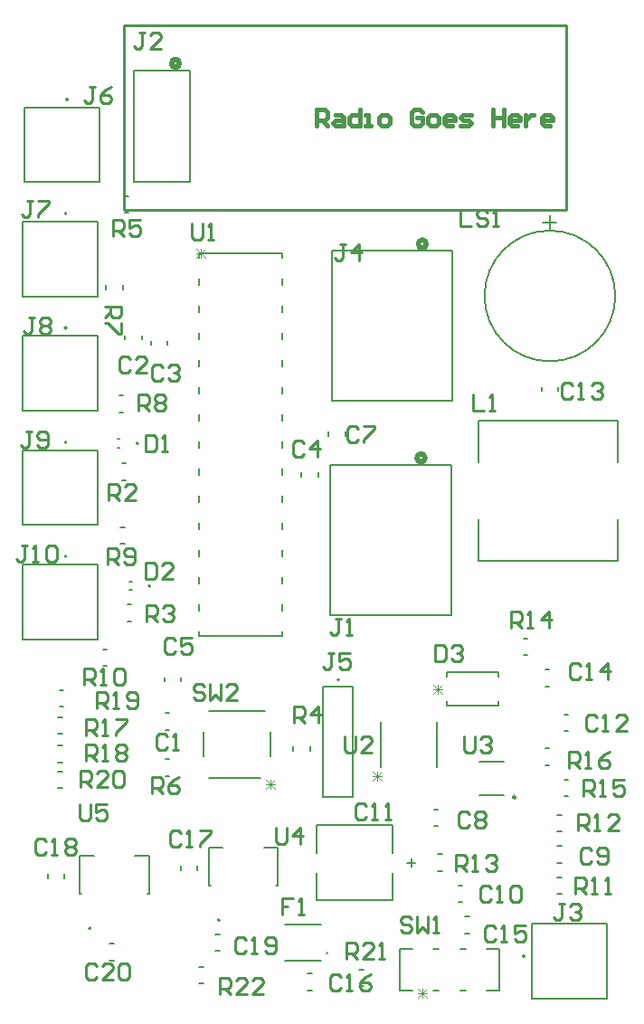
<source format=gbr>
%TF.GenerationSoftware,Altium Limited,Altium Designer,24.10.1 (45)*%
G04 Layer_Color=65535*
%FSLAX25Y25*%
%MOIN*%
%TF.SameCoordinates,F49E7BB8-28A7-4C0D-84C7-1FE184DCB0B3*%
%TF.FilePolarity,Positive*%
%TF.FileFunction,Legend,Top*%
%TF.Part,Single*%
G01*
G75*
%TA.AperFunction,NonConductor*%
%ADD45C,0.02000*%
%ADD46C,0.00787*%
%ADD47C,0.00600*%
%ADD48C,0.00984*%
%ADD49C,0.00500*%
%ADD50C,0.01000*%
%ADD51C,0.01500*%
%ADD52C,0.00300*%
D45*
X394000Y304615D02*
G03*
X394000Y304615I-1500J0D01*
G01*
X303500Y450000D02*
G03*
X303500Y450000I-1500J0D01*
G01*
X394496Y383418D02*
G03*
X394496Y383418I-1500J0D01*
G01*
D46*
X288342Y310000D02*
G03*
X288342Y310000I-394J0D01*
G01*
X292843Y257500D02*
G03*
X292843Y257500I-394J0D01*
G01*
X262394Y436722D02*
G03*
X262394Y436722I-394J0D01*
G01*
X261894Y268322D02*
G03*
X261894Y268322I-394J0D01*
G01*
Y394622D02*
G03*
X261894Y394622I-394J0D01*
G01*
Y352522D02*
G03*
X261894Y352522I-394J0D01*
G01*
Y310422D02*
G03*
X261894Y310422I-394J0D01*
G01*
X362394Y222835D02*
G03*
X362394Y222835I-394J0D01*
G01*
X318339Y134295D02*
G03*
X318339Y134295I-394J0D01*
G01*
X430772Y121000D02*
G03*
X430772Y121000I-394J0D01*
G01*
X270839Y131295D02*
G03*
X270839Y131295I-394J0D01*
G01*
X413972Y192602D02*
X423028D01*
X413972Y180398D02*
X423028D01*
D47*
X464100Y364295D02*
G03*
X464100Y364295I-24100J0D01*
G01*
X357740Y121772D02*
G03*
X357740Y122354I74J291D01*
G01*
X413775Y318200D02*
X465175D01*
X413775Y303060D02*
Y318200D01*
Y266800D02*
X465175D01*
Y281940D01*
Y303060D02*
Y318200D01*
X413775Y266800D02*
Y281940D01*
X292850Y346261D02*
Y347739D01*
X299150Y346261D02*
Y347739D01*
X289650Y348261D02*
Y349739D01*
X283350Y348261D02*
Y349739D01*
X359126Y246815D02*
X403626D01*
X359126D02*
Y302115D01*
X403626D01*
Y246815D02*
Y302115D01*
X398350Y190650D02*
Y207350D01*
X377650Y190650D02*
Y207350D01*
X397064Y123604D02*
X399093D01*
X406907D02*
X408935D01*
X416749Y108404D02*
X421200D01*
X406907D02*
X408935D01*
X397064D02*
X399093D01*
X384800D02*
X389250D01*
X384800D02*
Y123604D01*
X416749D02*
X421200D01*
Y108404D02*
Y123604D01*
X384800D02*
X389250D01*
X354650Y297761D02*
Y299239D01*
X348350Y297761D02*
Y299239D01*
X286579Y406500D02*
Y447500D01*
Y406500D02*
X307500D01*
Y447500D01*
X286579D02*
X307500D01*
X440000Y388895D02*
Y393895D01*
X437500Y391395D02*
X442500D01*
X408761Y135650D02*
X410239D01*
X408761Y129350D02*
X410239D01*
X406261Y147150D02*
X407739D01*
X406261Y140850D02*
X407739D01*
X398761Y152350D02*
X400239D01*
X398761Y158650D02*
X400239D01*
X381900Y159160D02*
Y169400D01*
Y141600D02*
Y151840D01*
X354100Y141600D02*
X381900D01*
X354100Y159160D02*
Y169400D01*
X381900D01*
X388950Y154000D02*
Y157000D01*
X387450Y155500D02*
X390450D01*
X354100Y141600D02*
Y151840D01*
X259261Y219150D02*
X260739D01*
X259261Y212850D02*
X260739D01*
X298261Y193650D02*
X299739D01*
X298261Y187350D02*
X299739D01*
X298261Y210650D02*
X299739D01*
X298261Y204350D02*
X299739D01*
X282261Y302650D02*
X283739D01*
X282261Y296350D02*
X283739D01*
X284261Y244350D02*
X285739D01*
X284261Y250650D02*
X285739D01*
X281761Y272850D02*
X283239D01*
X281761Y279150D02*
X283239D01*
X281261Y321350D02*
X282739D01*
X281261Y327650D02*
X282739D01*
X283261Y394850D02*
X284739D01*
X283261Y401150D02*
X284739D01*
X275261Y227850D02*
X276739D01*
X275261Y234150D02*
X276739D01*
X276350Y366761D02*
Y368239D01*
X282650Y366761D02*
Y368239D01*
X258761Y182850D02*
X260239D01*
X258761Y189150D02*
X260239D01*
X258761Y198650D02*
X260239D01*
X258761Y192350D02*
X260239D01*
X258761Y209150D02*
X260239D01*
X258761Y202850D02*
X260239D01*
X341250Y378402D02*
Y380000D01*
X310750Y239000D02*
X341250D01*
Y240598D01*
X310750Y380000D02*
X341250D01*
X310750Y378410D02*
Y380000D01*
Y368402D02*
Y370590D01*
Y358402D02*
Y360598D01*
Y348402D02*
Y350598D01*
Y338402D02*
Y340598D01*
Y328402D02*
Y330598D01*
Y318402D02*
Y320598D01*
Y308402D02*
Y310598D01*
Y298402D02*
Y300598D01*
Y288402D02*
Y290598D01*
Y278402D02*
Y280598D01*
Y268402D02*
Y270598D01*
Y258402D02*
Y260598D01*
Y248402D02*
Y250598D01*
Y239000D02*
Y240598D01*
X341250Y248402D02*
Y250598D01*
Y258402D02*
Y260598D01*
Y268402D02*
Y270598D01*
Y278402D02*
Y280598D01*
Y288402D02*
Y290598D01*
Y298402D02*
Y300598D01*
Y308402D02*
Y310598D01*
Y318402D02*
Y320598D01*
Y328402D02*
Y330598D01*
Y338402D02*
Y340598D01*
Y348402D02*
Y350598D01*
Y358402D02*
Y360598D01*
Y368402D02*
Y370598D01*
X404122Y325618D02*
Y380918D01*
X359622D02*
X404122D01*
X359622Y325618D02*
Y380918D01*
Y325618D02*
X404122D01*
X345350Y196761D02*
Y198239D01*
X351650Y196761D02*
Y198239D01*
X358350Y312761D02*
Y314239D01*
X364650Y312761D02*
Y314239D01*
X310150Y152711D02*
Y154189D01*
X303850Y152711D02*
Y154189D01*
X316761Y122850D02*
X318239D01*
X316761Y129150D02*
X318239D01*
X310761Y110850D02*
X312239D01*
X310761Y117150D02*
X312239D01*
X442761Y143850D02*
X444239D01*
X442761Y150150D02*
X444239D01*
X297850Y222261D02*
Y223739D01*
X304150Y222261D02*
Y223739D01*
X438261Y220350D02*
X439739D01*
X438261Y226650D02*
X439739D01*
X445261Y203850D02*
X446739D01*
X445261Y210150D02*
X446739D01*
X261150Y149761D02*
Y151239D01*
X254850Y149761D02*
Y151239D01*
X277711Y119350D02*
X279189D01*
X277711Y125650D02*
X279189D01*
X438261Y191350D02*
X439739D01*
X438261Y197650D02*
X439739D01*
X442761Y155350D02*
X444239D01*
X442761Y161650D02*
X444239D01*
X397261Y168850D02*
X398739D01*
X397261Y175150D02*
X398739D01*
X350711Y108350D02*
X352189D01*
X350711Y114650D02*
X352189D01*
X436850Y329261D02*
Y330739D01*
X443150Y329261D02*
Y330739D01*
X445261Y179850D02*
X446739D01*
X445261Y186150D02*
X446739D01*
X442761Y166850D02*
X444239D01*
X442761Y173150D02*
X444239D01*
X342348Y132602D02*
X355552D01*
X342348Y119398D02*
X355552D01*
X369761Y116150D02*
X371239D01*
X369761Y109850D02*
X371239D01*
X430261Y238150D02*
X431739D01*
X430261Y231850D02*
X431739D01*
X421050Y224060D02*
Y225800D01*
X401950Y213200D02*
X421050D01*
Y214940D01*
X401950Y225800D02*
X421050D01*
X401950Y224060D02*
Y225800D01*
Y213200D02*
Y214940D01*
X337005Y194544D02*
Y203769D01*
X314420Y186842D02*
X333336D01*
X312405Y194515D02*
Y203769D01*
X314420Y211442D02*
X334990D01*
D48*
X427358Y179610D02*
G03*
X427358Y179610I-492J0D01*
G01*
D49*
X280587Y311575D02*
X281413D01*
X280587Y308425D02*
X281413D01*
X285087Y255925D02*
X285913D01*
X285087Y259075D02*
X285913D01*
X246252Y406210D02*
X274008D01*
X246252D02*
Y433769D01*
X274008D01*
Y406210D02*
Y433769D01*
X245752Y237810D02*
X273508D01*
X245752D02*
Y265369D01*
X273508D01*
Y237810D02*
Y265369D01*
X245752Y364110D02*
X273508D01*
X245752D02*
Y391669D01*
X273508D01*
Y364110D02*
Y391669D01*
X245752Y322010D02*
X273508D01*
X245752D02*
Y349569D01*
X273508D01*
Y322010D02*
Y349569D01*
X245752Y279910D02*
X273508D01*
X245752D02*
Y307469D01*
X273508D01*
Y279910D02*
Y307469D01*
X356488Y179724D02*
Y220276D01*
X367512Y179724D02*
Y220276D01*
X356488Y179724D02*
X367512D01*
X356488Y220276D02*
X367512D01*
X339795Y147110D02*
Y160890D01*
X314205Y147110D02*
Y160890D01*
X334618D02*
X339795D01*
X314205D02*
X319382D01*
X339146Y147110D02*
X339795D01*
X314205D02*
X314854D01*
X460890Y105252D02*
Y133008D01*
X433331Y105252D02*
X460890D01*
X433331D02*
Y133008D01*
X460890D01*
X266705Y144110D02*
X267354D01*
X291646D02*
X292295D01*
X266705Y157890D02*
X271882D01*
X287118D02*
X292295D01*
X266705Y144110D02*
Y157890D01*
X292295Y144110D02*
Y157890D01*
D50*
X283000Y396000D02*
Y464000D01*
Y396000D02*
X446000D01*
X283000Y464000D02*
X446000D01*
Y396000D02*
Y464000D01*
X411600Y327998D02*
Y322000D01*
X415599D01*
X417598D02*
X419597D01*
X418598D01*
Y327998D01*
X417598Y326998D01*
X297500Y337999D02*
X296501Y338999D01*
X294501D01*
X293502Y337999D01*
Y334001D01*
X294501Y333001D01*
X296501D01*
X297500Y334001D01*
X299500Y337999D02*
X300499Y338999D01*
X302499D01*
X303498Y337999D01*
Y337000D01*
X302499Y336000D01*
X301499D01*
X302499D01*
X303498Y335000D01*
Y334001D01*
X302499Y333001D01*
X300499D01*
X299500Y334001D01*
X285500Y340999D02*
X284501Y341999D01*
X282501D01*
X281502Y340999D01*
Y337001D01*
X282501Y336001D01*
X284501D01*
X285500Y337001D01*
X291498Y336001D02*
X287500D01*
X291498Y340000D01*
Y340999D01*
X290499Y341999D01*
X288499D01*
X287500Y340999D01*
X266600Y176898D02*
Y171900D01*
X267600Y170900D01*
X269599D01*
X270599Y171900D01*
Y176898D01*
X276597D02*
X272598D01*
Y173899D01*
X274597Y174899D01*
X275597D01*
X276597Y173899D01*
Y171900D01*
X275597Y170900D01*
X273598D01*
X272598Y171900D01*
X339002Y168499D02*
Y163501D01*
X340001Y162501D01*
X342001D01*
X343000Y163501D01*
Y168499D01*
X347999Y162501D02*
Y168499D01*
X345000Y165500D01*
X348998D01*
X408400Y202098D02*
Y197100D01*
X409400Y196100D01*
X411399D01*
X412399Y197100D01*
Y202098D01*
X414398Y201098D02*
X415398Y202098D01*
X417397D01*
X418397Y201098D01*
Y200099D01*
X417397Y199099D01*
X416397D01*
X417397D01*
X418397Y198099D01*
Y197100D01*
X417397Y196100D01*
X415398D01*
X414398Y197100D01*
X364502Y201999D02*
Y197001D01*
X365501Y196001D01*
X367501D01*
X368500Y197001D01*
Y201999D01*
X374498Y196001D02*
X370500D01*
X374498Y200000D01*
Y200999D01*
X373499Y201999D01*
X371499D01*
X370500Y200999D01*
X308100Y391098D02*
Y386100D01*
X309100Y385100D01*
X311099D01*
X312099Y386100D01*
Y391098D01*
X314098Y385100D02*
X316097D01*
X315098D01*
Y391098D01*
X314098Y390098D01*
X312699Y220198D02*
X311699Y221198D01*
X309700D01*
X308700Y220198D01*
Y219199D01*
X309700Y218199D01*
X311699D01*
X312699Y217199D01*
Y216200D01*
X311699Y215200D01*
X309700D01*
X308700Y216200D01*
X314698Y221198D02*
Y215200D01*
X316697Y217199D01*
X318697Y215200D01*
Y221198D01*
X324695Y215200D02*
X320696D01*
X324695Y219199D01*
Y220198D01*
X323695Y221198D01*
X321696D01*
X320696Y220198D01*
X388999Y134598D02*
X387999Y135598D01*
X386000D01*
X385000Y134598D01*
Y133599D01*
X386000Y132599D01*
X387999D01*
X388999Y131599D01*
Y130600D01*
X387999Y129600D01*
X386000D01*
X385000Y130600D01*
X390998Y135598D02*
Y129600D01*
X392997Y131599D01*
X394997Y129600D01*
Y135598D01*
X396996Y129600D02*
X398995D01*
X397996D01*
Y135598D01*
X396996Y134598D01*
X318503Y107001D02*
Y112999D01*
X321502D01*
X322501Y111999D01*
Y110000D01*
X321502Y109000D01*
X318503D01*
X320502D02*
X322501Y107001D01*
X328499D02*
X324501D01*
X328499Y111000D01*
Y111999D01*
X327500Y112999D01*
X325500D01*
X324501Y111999D01*
X334497Y107001D02*
X330499D01*
X334497Y111000D01*
Y111999D01*
X333498Y112999D01*
X331498D01*
X330499Y111999D01*
X365000Y120000D02*
Y125998D01*
X367999D01*
X368999Y124998D01*
Y122999D01*
X367999Y121999D01*
X365000D01*
X366999D02*
X368999Y120000D01*
X374997D02*
X370998D01*
X374997Y123999D01*
Y124998D01*
X373997Y125998D01*
X371998D01*
X370998Y124998D01*
X376996Y120000D02*
X378995D01*
X377996D01*
Y125998D01*
X376996Y124998D01*
X267003Y183501D02*
Y189499D01*
X270002D01*
X271001Y188499D01*
Y186500D01*
X270002Y185500D01*
X267003D01*
X269002D02*
X271001Y183501D01*
X276999D02*
X273001D01*
X276999Y187500D01*
Y188499D01*
X276000Y189499D01*
X274000D01*
X273001Y188499D01*
X278999D02*
X279998Y189499D01*
X281998D01*
X282997Y188499D01*
Y184501D01*
X281998Y183501D01*
X279998D01*
X278999Y184501D01*
Y188499D01*
X273002Y212501D02*
Y218499D01*
X276002D01*
X277001Y217499D01*
Y215500D01*
X276002Y214500D01*
X273002D01*
X275002D02*
X277001Y212501D01*
X279000D02*
X281000D01*
X280000D01*
Y218499D01*
X279000Y217499D01*
X283999Y213501D02*
X284998Y212501D01*
X286998D01*
X287998Y213501D01*
Y217499D01*
X286998Y218499D01*
X284998D01*
X283999Y217499D01*
Y216500D01*
X284998Y215500D01*
X287998D01*
X269002Y193001D02*
Y198999D01*
X272002D01*
X273001Y197999D01*
Y196000D01*
X272002Y195000D01*
X269002D01*
X271002D02*
X273001Y193001D01*
X275001D02*
X277000D01*
X276000D01*
Y198999D01*
X275001Y197999D01*
X279999D02*
X280998Y198999D01*
X282998D01*
X283998Y197999D01*
Y197000D01*
X282998Y196000D01*
X283998Y195000D01*
Y194001D01*
X282998Y193001D01*
X280998D01*
X279999Y194001D01*
Y195000D01*
X280998Y196000D01*
X279999Y197000D01*
Y197999D01*
X280998Y196000D02*
X282998D01*
X268952Y202501D02*
Y208499D01*
X271952D01*
X272951Y207499D01*
Y205500D01*
X271952Y204500D01*
X268952D01*
X270952D02*
X272951Y202501D01*
X274951D02*
X276950D01*
X275950D01*
Y208499D01*
X274951Y207499D01*
X279949Y208499D02*
X283948D01*
Y207499D01*
X279949Y203501D01*
Y202501D01*
X447002Y190501D02*
Y196499D01*
X450001D01*
X451001Y195499D01*
Y193500D01*
X450001Y192500D01*
X447002D01*
X449002D02*
X451001Y190501D01*
X453000D02*
X455000D01*
X454000D01*
Y196499D01*
X453000Y195499D01*
X461998Y196499D02*
X459998Y195499D01*
X457999Y193500D01*
Y191501D01*
X458998Y190501D01*
X460998D01*
X461998Y191501D01*
Y192500D01*
X460998Y193500D01*
X457999D01*
X452502Y180001D02*
Y185999D01*
X455502D01*
X456501Y184999D01*
Y183000D01*
X455502Y182000D01*
X452502D01*
X454502D02*
X456501Y180001D01*
X458500D02*
X460500D01*
X459500D01*
Y185999D01*
X458500Y184999D01*
X467498Y185999D02*
X463499D01*
Y183000D01*
X465498Y184000D01*
X466498D01*
X467498Y183000D01*
Y181001D01*
X466498Y180001D01*
X464499D01*
X463499Y181001D01*
X425600Y242000D02*
Y247998D01*
X428599D01*
X429599Y246998D01*
Y244999D01*
X428599Y243999D01*
X425600D01*
X427599D02*
X429599Y242000D01*
X431598D02*
X433597D01*
X432598D01*
Y247998D01*
X431598Y246998D01*
X439596Y242000D02*
Y247998D01*
X436596Y244999D01*
X440595D01*
X405502Y152501D02*
Y158499D01*
X408501D01*
X409501Y157499D01*
Y155500D01*
X408501Y154500D01*
X405502D01*
X407502D02*
X409501Y152501D01*
X411501D02*
X413500D01*
X412500D01*
Y158499D01*
X411501Y157499D01*
X416499D02*
X417498Y158499D01*
X419498D01*
X420498Y157499D01*
Y156500D01*
X419498Y155500D01*
X418498D01*
X419498D01*
X420498Y154500D01*
Y153501D01*
X419498Y152501D01*
X417498D01*
X416499Y153501D01*
X450502Y167501D02*
Y173499D01*
X453502D01*
X454501Y172499D01*
Y170500D01*
X453502Y169500D01*
X450502D01*
X452502D02*
X454501Y167501D01*
X456500D02*
X458500D01*
X457500D01*
Y173499D01*
X456500Y172499D01*
X465498Y167501D02*
X461499D01*
X465498Y171500D01*
Y172499D01*
X464498Y173499D01*
X462499D01*
X461499Y172499D01*
X449502Y144001D02*
Y149999D01*
X452501D01*
X453501Y148999D01*
Y147000D01*
X452501Y146000D01*
X449502D01*
X451502D02*
X453501Y144001D01*
X455500D02*
X457500D01*
X456500D01*
Y149999D01*
X455500Y148999D01*
X460499Y144001D02*
X462498D01*
X461498D01*
Y149999D01*
X460499Y148999D01*
X268502Y221001D02*
Y226999D01*
X271501D01*
X272501Y225999D01*
Y224000D01*
X271501Y223000D01*
X268502D01*
X270502D02*
X272501Y221001D01*
X274500D02*
X276500D01*
X275500D01*
Y226999D01*
X274500Y225999D01*
X279499D02*
X280499Y226999D01*
X282498D01*
X283498Y225999D01*
Y222001D01*
X282498Y221001D01*
X280499D01*
X279499Y222001D01*
Y225999D01*
X277002Y265501D02*
Y271499D01*
X280001D01*
X281000Y270499D01*
Y268500D01*
X280001Y267500D01*
X277002D01*
X279001D02*
X281000Y265501D01*
X283000Y266501D02*
X283999Y265501D01*
X285999D01*
X286998Y266501D01*
Y270499D01*
X285999Y271499D01*
X283999D01*
X283000Y270499D01*
Y269500D01*
X283999Y268500D01*
X286998D01*
X288502Y322001D02*
Y327999D01*
X291501D01*
X292500Y326999D01*
Y325000D01*
X291501Y324000D01*
X288502D01*
X290501D02*
X292500Y322001D01*
X294500Y326999D02*
X295499Y327999D01*
X297499D01*
X298498Y326999D01*
Y326000D01*
X297499Y325000D01*
X298498Y324000D01*
Y323001D01*
X297499Y322001D01*
X295499D01*
X294500Y323001D01*
Y324000D01*
X295499Y325000D01*
X294500Y326000D01*
Y326999D01*
X295499Y325000D02*
X297499D01*
X276001Y360498D02*
X281999D01*
Y357499D01*
X280999Y356500D01*
X279000D01*
X278000Y357499D01*
Y360498D01*
Y358499D02*
X276001Y356500D01*
X281999Y354500D02*
Y350502D01*
X280999D01*
X277001Y354500D01*
X276001D01*
X293502Y181001D02*
Y186999D01*
X296501D01*
X297500Y185999D01*
Y184000D01*
X296501Y183000D01*
X293502D01*
X295501D02*
X297500Y181001D01*
X303498Y186999D02*
X301499Y185999D01*
X299500Y184000D01*
Y182001D01*
X300499Y181001D01*
X302499D01*
X303498Y182001D01*
Y183000D01*
X302499Y184000D01*
X299500D01*
X279002Y386501D02*
Y392499D01*
X282001D01*
X283000Y391499D01*
Y389500D01*
X282001Y388500D01*
X279002D01*
X281001D02*
X283000Y386501D01*
X288998Y392499D02*
X285000D01*
Y389500D01*
X286999Y390500D01*
X287999D01*
X288998Y389500D01*
Y387501D01*
X287999Y386501D01*
X285999D01*
X285000Y387501D01*
X345600Y207000D02*
Y212998D01*
X348599D01*
X349599Y211998D01*
Y209999D01*
X348599Y208999D01*
X345600D01*
X347599D02*
X349599Y207000D01*
X354597D02*
Y212998D01*
X351598Y209999D01*
X355597D01*
X291502Y244501D02*
Y250499D01*
X294501D01*
X295500Y249499D01*
Y247500D01*
X294501Y246500D01*
X291502D01*
X293501D02*
X295500Y244501D01*
X297500Y249499D02*
X298499Y250499D01*
X300499D01*
X301498Y249499D01*
Y248500D01*
X300499Y247500D01*
X299499D01*
X300499D01*
X301498Y246500D01*
Y245501D01*
X300499Y244501D01*
X298499D01*
X297500Y245501D01*
X277502Y289001D02*
Y294999D01*
X280501D01*
X281500Y293999D01*
Y292000D01*
X280501Y291000D01*
X277502D01*
X279501D02*
X281500Y289001D01*
X287498D02*
X283500D01*
X287498Y293000D01*
Y293999D01*
X286499Y294999D01*
X284499D01*
X283500Y293999D01*
X407002Y395999D02*
Y390001D01*
X411001D01*
X416999Y394999D02*
X415999Y395999D01*
X414000D01*
X413000Y394999D01*
Y394000D01*
X414000Y393000D01*
X415999D01*
X416999Y392000D01*
Y391001D01*
X415999Y390001D01*
X414000D01*
X413000Y391001D01*
X418998Y390001D02*
X420998D01*
X419998D01*
Y395999D01*
X418998Y394999D01*
X247501Y272499D02*
X245502D01*
X246501D01*
Y267501D01*
X245502Y266501D01*
X244502D01*
X243502Y267501D01*
X249500Y266501D02*
X251500D01*
X250500D01*
Y272499D01*
X249500Y271499D01*
X254499D02*
X255499Y272499D01*
X257498D01*
X258498Y271499D01*
Y267501D01*
X257498Y266501D01*
X255499D01*
X254499Y267501D01*
Y271499D01*
X249000Y314499D02*
X247001D01*
X248001D01*
Y309501D01*
X247001Y308501D01*
X246001D01*
X245002Y309501D01*
X251000D02*
X251999Y308501D01*
X253999D01*
X254998Y309501D01*
Y313499D01*
X253999Y314499D01*
X251999D01*
X251000Y313499D01*
Y312500D01*
X251999Y311500D01*
X254998D01*
X250000Y356499D02*
X248001D01*
X249001D01*
Y351501D01*
X248001Y350501D01*
X247001D01*
X246002Y351501D01*
X252000Y355499D02*
X252999Y356499D01*
X254999D01*
X255998Y355499D01*
Y354500D01*
X254999Y353500D01*
X255998Y352500D01*
Y351501D01*
X254999Y350501D01*
X252999D01*
X252000Y351501D01*
Y352500D01*
X252999Y353500D01*
X252000Y354500D01*
Y355499D01*
X252999Y353500D02*
X254999D01*
X249500Y399499D02*
X247501D01*
X248501D01*
Y394501D01*
X247501Y393501D01*
X246501D01*
X245502Y394501D01*
X251500Y399499D02*
X255498D01*
Y398499D01*
X251500Y394501D01*
Y393501D01*
X272500Y441499D02*
X270501D01*
X271501D01*
Y436501D01*
X270501Y435501D01*
X269501D01*
X268502Y436501D01*
X278498Y441499D02*
X276499Y440499D01*
X274500Y438500D01*
Y436501D01*
X275499Y435501D01*
X277499D01*
X278498Y436501D01*
Y437500D01*
X277499Y438500D01*
X274500D01*
X360399Y232598D02*
X358399D01*
X359399D01*
Y227600D01*
X358399Y226600D01*
X357400D01*
X356400Y227600D01*
X366397Y232598D02*
X362398D01*
Y229599D01*
X364397Y230599D01*
X365397D01*
X366397Y229599D01*
Y227600D01*
X365397Y226600D01*
X363398D01*
X362398Y227600D01*
X364795Y383401D02*
X362795D01*
X363795D01*
Y378403D01*
X362795Y377403D01*
X361795D01*
X360796Y378403D01*
X369793Y377403D02*
Y383401D01*
X366794Y380402D01*
X370793D01*
X445500Y140499D02*
X443501D01*
X444501D01*
Y135501D01*
X443501Y134501D01*
X442501D01*
X441502Y135501D01*
X447500Y139499D02*
X448499Y140499D01*
X450499D01*
X451498Y139499D01*
Y138500D01*
X450499Y137500D01*
X449499D01*
X450499D01*
X451498Y136500D01*
Y135501D01*
X450499Y134501D01*
X448499D01*
X447500Y135501D01*
X290799Y461498D02*
X288799D01*
X289799D01*
Y456500D01*
X288799Y455500D01*
X287800D01*
X286800Y456500D01*
X296797Y455500D02*
X292798D01*
X296797Y459499D01*
Y460498D01*
X295797Y461498D01*
X293798D01*
X292798Y460498D01*
X362965Y245428D02*
X360966D01*
X361965D01*
Y240430D01*
X360966Y239430D01*
X359966D01*
X358966Y240430D01*
X364964Y239430D02*
X366964D01*
X365964D01*
Y245428D01*
X364964Y244428D01*
X345199Y142398D02*
X341200D01*
Y139399D01*
X343199D01*
X341200D01*
Y136400D01*
X347198D02*
X349197D01*
X348198D01*
Y142398D01*
X347198Y141398D01*
X397600Y235598D02*
Y229600D01*
X400599D01*
X401599Y230600D01*
Y234598D01*
X400599Y235598D01*
X397600D01*
X403598Y234598D02*
X404598Y235598D01*
X406597D01*
X407597Y234598D01*
Y233599D01*
X406597Y232599D01*
X405597D01*
X406597D01*
X407597Y231599D01*
Y230600D01*
X406597Y229600D01*
X404598D01*
X403598Y230600D01*
X291002Y265999D02*
Y260001D01*
X294001D01*
X295000Y261001D01*
Y264999D01*
X294001Y265999D01*
X291002D01*
X300998Y260001D02*
X297000D01*
X300998Y264000D01*
Y264999D01*
X299999Y265999D01*
X297999D01*
X297000Y264999D01*
X291001Y312999D02*
Y307001D01*
X294000D01*
X295000Y308001D01*
Y311999D01*
X294000Y312999D01*
X291001D01*
X296999Y307001D02*
X298999D01*
X297999D01*
Y312999D01*
X296999Y311999D01*
X273001Y117499D02*
X272002Y118499D01*
X270002D01*
X269003Y117499D01*
Y113501D01*
X270002Y112501D01*
X272002D01*
X273001Y113501D01*
X278999Y112501D02*
X275001D01*
X278999Y116500D01*
Y117499D01*
X278000Y118499D01*
X276000D01*
X275001Y117499D01*
X280999D02*
X281998Y118499D01*
X283998D01*
X284997Y117499D01*
Y113501D01*
X283998Y112501D01*
X281998D01*
X280999Y113501D01*
Y117499D01*
X328001Y126999D02*
X327002Y127999D01*
X325002D01*
X324002Y126999D01*
Y123001D01*
X325002Y122001D01*
X327002D01*
X328001Y123001D01*
X330000Y122001D02*
X332000D01*
X331000D01*
Y127999D01*
X330000Y126999D01*
X334999Y123001D02*
X335999Y122001D01*
X337998D01*
X338998Y123001D01*
Y126999D01*
X337998Y127999D01*
X335999D01*
X334999Y126999D01*
Y126000D01*
X335999Y125000D01*
X338998D01*
X254501Y163499D02*
X253502Y164499D01*
X251502D01*
X250502Y163499D01*
Y159501D01*
X251502Y158501D01*
X253502D01*
X254501Y159501D01*
X256501Y158501D02*
X258500D01*
X257500D01*
Y164499D01*
X256501Y163499D01*
X261499D02*
X262498Y164499D01*
X264498D01*
X265498Y163499D01*
Y162500D01*
X264498Y161500D01*
X265498Y160500D01*
Y159501D01*
X264498Y158501D01*
X262498D01*
X261499Y159501D01*
Y160500D01*
X262498Y161500D01*
X261499Y162500D01*
Y163499D01*
X262498Y161500D02*
X264498D01*
X304001Y166449D02*
X303001Y167449D01*
X301002D01*
X300002Y166449D01*
Y162451D01*
X301002Y161451D01*
X303001D01*
X304001Y162451D01*
X306000Y161451D02*
X308000D01*
X307000D01*
Y167449D01*
X306000Y166449D01*
X310999Y167449D02*
X314998D01*
Y166449D01*
X310999Y162451D01*
Y161451D01*
X362951Y113499D02*
X361951Y114499D01*
X359952D01*
X358952Y113499D01*
Y109501D01*
X359952Y108501D01*
X361951D01*
X362951Y109501D01*
X364950Y108501D02*
X366950D01*
X365950D01*
Y114499D01*
X364950Y113499D01*
X373948Y114499D02*
X371948Y113499D01*
X369949Y111500D01*
Y109501D01*
X370949Y108501D01*
X372948D01*
X373948Y109501D01*
Y110500D01*
X372948Y111500D01*
X369949D01*
X420001Y131499D02*
X419001Y132499D01*
X417002D01*
X416002Y131499D01*
Y127501D01*
X417002Y126501D01*
X419001D01*
X420001Y127501D01*
X422001Y126501D02*
X424000D01*
X423000D01*
Y132499D01*
X422001Y131499D01*
X430998Y132499D02*
X426999D01*
Y129500D01*
X428998Y130500D01*
X429998D01*
X430998Y129500D01*
Y127501D01*
X429998Y126501D01*
X427998D01*
X426999Y127501D01*
X451501Y227999D02*
X450501Y228999D01*
X448502D01*
X447502Y227999D01*
Y224001D01*
X448502Y223001D01*
X450501D01*
X451501Y224001D01*
X453501Y223001D02*
X455500D01*
X454500D01*
Y228999D01*
X453501Y227999D01*
X461498Y223001D02*
Y228999D01*
X458499Y226000D01*
X462498D01*
X448501Y331499D02*
X447502Y332499D01*
X445502D01*
X444502Y331499D01*
Y327501D01*
X445502Y326501D01*
X447502D01*
X448501Y327501D01*
X450500Y326501D02*
X452500D01*
X451500D01*
Y332499D01*
X450500Y331499D01*
X455499D02*
X456498Y332499D01*
X458498D01*
X459498Y331499D01*
Y330500D01*
X458498Y329500D01*
X457498D01*
X458498D01*
X459498Y328500D01*
Y327501D01*
X458498Y326501D01*
X456498D01*
X455499Y327501D01*
X457501Y208999D02*
X456501Y209999D01*
X454502D01*
X453502Y208999D01*
Y205001D01*
X454502Y204001D01*
X456501D01*
X457501Y205001D01*
X459501Y204001D02*
X461500D01*
X460500D01*
Y209999D01*
X459501Y208999D01*
X468498Y204001D02*
X464499D01*
X468498Y208000D01*
Y208999D01*
X467498Y209999D01*
X465498D01*
X464499Y208999D01*
X372501Y176499D02*
X371501Y177499D01*
X369502D01*
X368502Y176499D01*
Y172501D01*
X369502Y171501D01*
X371501D01*
X372501Y172501D01*
X374500Y171501D02*
X376500D01*
X375500D01*
Y177499D01*
X374500Y176499D01*
X379499Y171501D02*
X381498D01*
X380498D01*
Y177499D01*
X379499Y176499D01*
X418501Y145999D02*
X417501Y146999D01*
X415502D01*
X414502Y145999D01*
Y142001D01*
X415502Y141001D01*
X417501D01*
X418501Y142001D01*
X420501Y141001D02*
X422500D01*
X421500D01*
Y146999D01*
X420501Y145999D01*
X425499D02*
X426499Y146999D01*
X428498D01*
X429498Y145999D01*
Y142001D01*
X428498Y141001D01*
X426499D01*
X425499Y142001D01*
Y145999D01*
X455500Y159999D02*
X454501Y160999D01*
X452501D01*
X451502Y159999D01*
Y156001D01*
X452501Y155001D01*
X454501D01*
X455500Y156001D01*
X457500D02*
X458499Y155001D01*
X460499D01*
X461498Y156001D01*
Y159999D01*
X460499Y160999D01*
X458499D01*
X457500Y159999D01*
Y159000D01*
X458499Y158000D01*
X461498D01*
X410500Y173499D02*
X409501Y174499D01*
X407501D01*
X406502Y173499D01*
Y169501D01*
X407501Y168501D01*
X409501D01*
X410500Y169501D01*
X412500Y173499D02*
X413499Y174499D01*
X415499D01*
X416498Y173499D01*
Y172500D01*
X415499Y171500D01*
X416498Y170500D01*
Y169501D01*
X415499Y168501D01*
X413499D01*
X412500Y169501D01*
Y170500D01*
X413499Y171500D01*
X412500Y172500D01*
Y173499D01*
X413499Y171500D02*
X415499D01*
X369500Y315499D02*
X368501Y316499D01*
X366501D01*
X365502Y315499D01*
Y311501D01*
X366501Y310501D01*
X368501D01*
X369500Y311501D01*
X371500Y316499D02*
X375498D01*
Y315499D01*
X371500Y311501D01*
Y310501D01*
X301999Y237398D02*
X300999Y238398D01*
X299000D01*
X298000Y237398D01*
Y233400D01*
X299000Y232400D01*
X300999D01*
X301999Y233400D01*
X307997Y238398D02*
X303998D01*
Y235399D01*
X305997Y236399D01*
X306997D01*
X307997Y235399D01*
Y233400D01*
X306997Y232400D01*
X304998D01*
X303998Y233400D01*
X349500Y309999D02*
X348501Y310999D01*
X346501D01*
X345502Y309999D01*
Y306001D01*
X346501Y305001D01*
X348501D01*
X349500Y306001D01*
X354499Y305001D02*
Y310999D01*
X351500Y308000D01*
X355498D01*
X299000Y201999D02*
X298000Y202999D01*
X296001D01*
X295001Y201999D01*
Y198001D01*
X296001Y197001D01*
X298000D01*
X299000Y198001D01*
X300999Y197001D02*
X302999D01*
X301999D01*
Y202999D01*
X300999Y201999D01*
D51*
X354000Y427000D02*
Y432998D01*
X356999D01*
X357999Y431998D01*
Y429999D01*
X356999Y428999D01*
X354000D01*
X355999D02*
X357999Y427000D01*
X360998Y430999D02*
X362997D01*
X363997Y429999D01*
Y427000D01*
X360998D01*
X359998Y428000D01*
X360998Y428999D01*
X363997D01*
X369995Y432998D02*
Y427000D01*
X366996D01*
X365996Y428000D01*
Y429999D01*
X366996Y430999D01*
X369995D01*
X371994Y427000D02*
X373993D01*
X372994D01*
Y430999D01*
X371994D01*
X377992Y427000D02*
X379992D01*
X380991Y428000D01*
Y429999D01*
X379992Y430999D01*
X377992D01*
X376993Y429999D01*
Y428000D01*
X377992Y427000D01*
X392987Y431998D02*
X391988Y432998D01*
X389988D01*
X388989Y431998D01*
Y428000D01*
X389988Y427000D01*
X391988D01*
X392987Y428000D01*
Y429999D01*
X390988D01*
X395986Y427000D02*
X397986D01*
X398985Y428000D01*
Y429999D01*
X397986Y430999D01*
X395986D01*
X394987Y429999D01*
Y428000D01*
X395986Y427000D01*
X403984D02*
X401985D01*
X400985Y428000D01*
Y429999D01*
X401985Y430999D01*
X403984D01*
X404984Y429999D01*
Y428999D01*
X400985D01*
X406983Y427000D02*
X409982D01*
X410982Y428000D01*
X409982Y428999D01*
X407982D01*
X406983Y429999D01*
X407982Y430999D01*
X410982D01*
X418979Y432998D02*
Y427000D01*
Y429999D01*
X422978D01*
Y432998D01*
Y427000D01*
X427976D02*
X425977D01*
X424977Y428000D01*
Y429999D01*
X425977Y430999D01*
X427976D01*
X428976Y429999D01*
Y428999D01*
X424977D01*
X430975Y430999D02*
Y427000D01*
Y428999D01*
X431975Y429999D01*
X432974Y430999D01*
X433974D01*
X439972Y427000D02*
X437973D01*
X436973Y428000D01*
Y429999D01*
X437973Y430999D01*
X439972D01*
X440972Y429999D01*
Y428999D01*
X436973D01*
D52*
X374635Y185625D02*
X377967Y188957D01*
Y185625D02*
X374635Y188957D01*
X376301Y185625D02*
Y188957D01*
X377967Y187291D02*
X374635D01*
X391492Y105654D02*
X394824Y108986D01*
Y105654D02*
X391492Y108986D01*
X393158Y105654D02*
Y108986D01*
X394824Y107320D02*
X391492D01*
X309750Y381765D02*
X313082Y378433D01*
X309750D02*
X313082Y381765D01*
X309750Y380099D02*
X313082D01*
X311416Y378433D02*
Y381765D01*
X396950Y221165D02*
X400282Y217833D01*
X396950D02*
X400282Y221165D01*
X396950Y219499D02*
X400282D01*
X398616Y217833D02*
Y221165D01*
X338750Y182668D02*
X335418Y186000D01*
X338750D02*
X335418Y182668D01*
X338750Y184334D02*
X335418D01*
X337084Y186000D02*
Y182668D01*
%TF.MD5,d54b68e85a4de74b1ccfe2650ba4763e*%
M02*

</source>
